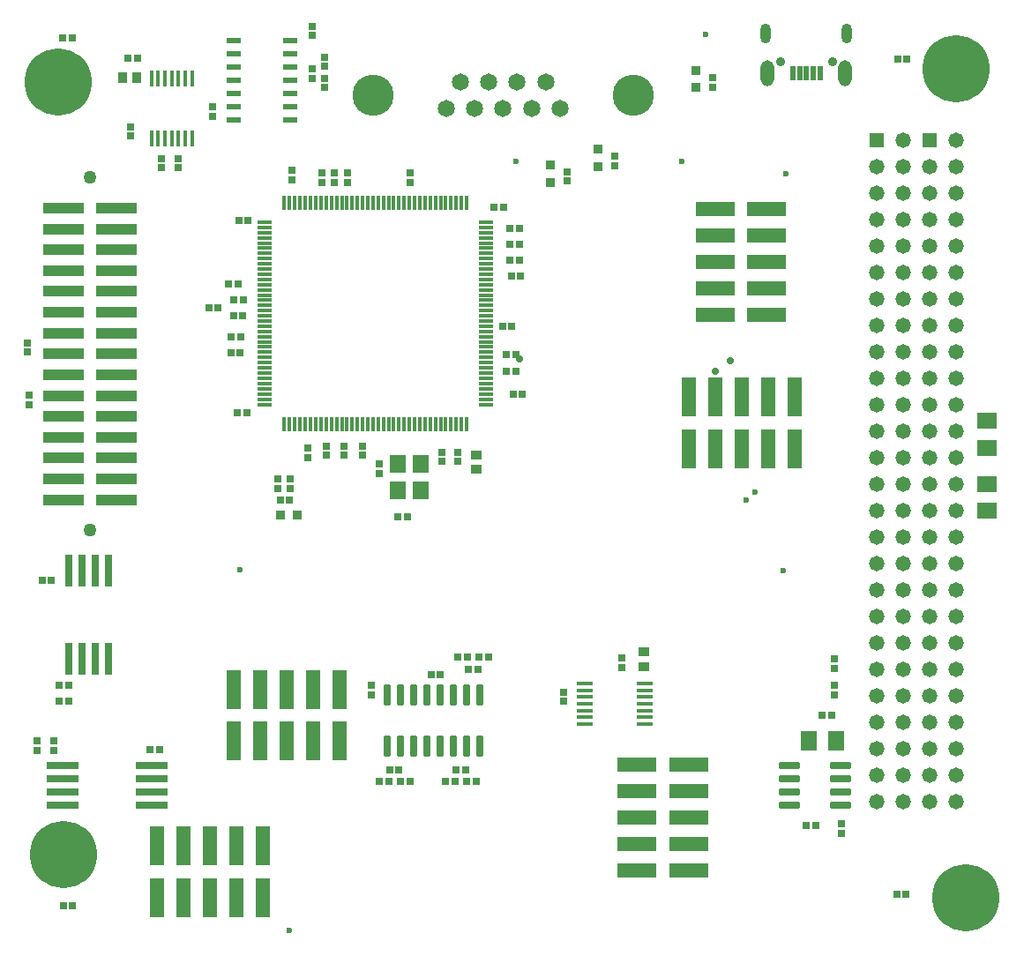
<source format=gts>
%FSTAX23Y23*%
%MOIN*%
%SFA1B1*%

%IPPOS*%
%AMD50*
4,1,8,-0.012400,0.036400,-0.012400,-0.036400,-0.007800,-0.041000,0.007800,-0.041000,0.012400,-0.036400,0.012400,0.036400,0.007800,0.041000,-0.007800,0.041000,-0.012400,0.036400,0.0*
1,1,0.009220,-0.007800,0.036400*
1,1,0.009220,-0.007800,-0.036400*
1,1,0.009220,0.007800,-0.036400*
1,1,0.009220,0.007800,0.036400*
%
%AMD52*
4,1,8,0.035800,0.013800,-0.035800,0.013800,-0.040800,0.008900,-0.040800,-0.008900,-0.035800,-0.013800,0.035800,-0.013800,0.040800,-0.008900,0.040800,0.008900,0.035800,0.013800,0.0*
1,1,0.009906,0.035800,0.008900*
1,1,0.009906,-0.035800,0.008900*
1,1,0.009906,-0.035800,-0.008900*
1,1,0.009906,0.035800,-0.008900*
%
%ADD31R,0.057500X0.021000*%
%ADD44R,0.025653X0.025653*%
%ADD45R,0.025653X0.025653*%
%ADD46R,0.057149X0.017779*%
%ADD47R,0.017779X0.057149*%
%ADD48R,0.021716X0.055181*%
%ADD49R,0.063055X0.070929*%
G04~CAMADD=50~8~0.0~0.0~819.5~248.7~46.1~0.0~15~0.0~0.0~0.0~0.0~0~0.0~0.0~0.0~0.0~0~0.0~0.0~0.0~90.0~250.0~819.0*
%ADD50D50*%
%ADD51R,0.059118X0.017779*%
G04~CAMADD=52~8~0.0~0.0~815.6~276.2~49.5~0.0~15~0.0~0.0~0.0~0.0~0~0.0~0.0~0.0~0.0~0~0.0~0.0~0.0~0.0~815.6~276.2*
%ADD52D52*%
%ADD53R,0.017779X0.059118*%
%ADD54R,0.027622X0.122110*%
%ADD55R,0.122110X0.027622*%
%ADD56R,0.153606X0.044157*%
%ADD57R,0.054000X0.148882*%
%ADD58R,0.148882X0.054000*%
%ADD59R,0.035496X0.035496*%
%ADD60R,0.035496X0.035496*%
%ADD61R,0.039433X0.035496*%
%ADD62R,0.059118X0.074866*%
%ADD63R,0.035496X0.039433*%
%ADD64R,0.074866X0.059118*%
%ADD65C,0.156000*%
%ADD66C,0.065000*%
%ADD67C,0.035496*%
%ADD68O,0.051244X0.098488*%
%ADD69O,0.039433X0.074866*%
%ADD70C,0.049787*%
%ADD71C,0.057937*%
%ADD72R,0.057937X0.057937*%
%ADD73C,0.253999*%
%ADD74C,0.023622*%
%ADD75C,0.027685*%
%LNocb_development_board-1*%
%LPD*%
G54D31*
X00842Y03425D03*
Y03375D03*
Y03325D03*
Y03275D03*
Y03225D03*
Y03175D03*
Y03125D03*
X01057D03*
Y03175D03*
Y03225D03*
Y03275D03*
Y03325D03*
Y03375D03*
Y03425D03*
G54D44*
X015Y01625D03*
X01465D03*
X01589Y01029D03*
X01625D03*
X0173Y0105D03*
X01766D03*
X0022Y0099D03*
X00184D03*
X00862Y02745D03*
X00897D03*
X0088Y02445D03*
X00844D03*
X00785Y02415D03*
X00749D03*
X00877Y02385D03*
X00842D03*
X00832Y02245D03*
X00867D03*
X01875Y02175D03*
X0191D03*
X01875Y0224D03*
X0191D03*
X01771Y01095D03*
X01806D03*
X0022Y0093D03*
X00184D03*
X0169Y01095D03*
X01726D03*
X01724Y00624D03*
X01759D03*
X01684Y00669D03*
X01719D03*
X01643Y00624D03*
X01679D03*
X01429D03*
X01393D03*
X01468Y00669D03*
X01433D03*
X01509Y00624D03*
X01474D03*
X01887Y02595D03*
X01922D03*
X01887Y02655D03*
X01922D03*
X01887Y02715D03*
X01922D03*
X03385Y002D03*
X0335D03*
X00199Y00155D03*
X00235D03*
X03387Y03355D03*
X03352D03*
X00197Y03435D03*
X00232D03*
X0102Y01687D03*
X01055D03*
X03067Y00875D03*
X03102D03*
X03044Y00459D03*
X03008D03*
X00445Y0336D03*
X0048D03*
X0012Y01385D03*
X00155D03*
X00562Y00745D03*
X00527D03*
X00893Y02018D03*
X00858D03*
X0087Y02305D03*
X00834D03*
X0086Y02505D03*
X00824D03*
X01828Y02795D03*
X01863D03*
X01892Y02535D03*
X01927D03*
X0186Y02345D03*
X01895D03*
X01899Y0209D03*
X01935D03*
G54D45*
X01186Y03328D03*
Y03363D03*
X0314Y00465D03*
Y00429D03*
X02285Y02987D03*
Y02952D03*
X02655Y03249D03*
Y03285D03*
X02105Y02894D03*
Y0293D03*
X00765Y03175D03*
Y03139D03*
X0114Y03317D03*
Y03282D03*
X00165Y00742D03*
Y00777D03*
X01176Y02925D03*
Y0289D03*
X01222Y02925D03*
Y0289D03*
X0007Y02085D03*
Y02049D03*
X00065Y02282D03*
Y02247D03*
X03115Y01052D03*
Y01087D03*
Y00987D03*
Y00952D03*
X0057Y0298D03*
Y02944D03*
X00635Y0298D03*
Y02944D03*
X001Y00742D03*
Y00777D03*
X01195Y01857D03*
Y01892D03*
X0126D03*
Y01857D03*
X01186Y03282D03*
Y03247D03*
X01056Y01768D03*
Y01733D03*
X0101Y01768D03*
Y01733D03*
X01363Y00987D03*
Y00952D03*
X02089Y00928D03*
Y00963D03*
X0231Y01091D03*
Y01056D03*
X0114Y03479D03*
Y03444D03*
X00455Y03064D03*
Y031D03*
X01395Y01789D03*
Y01825D03*
X01065Y029D03*
Y02935D03*
X01275Y0289D03*
Y02925D03*
X0151Y0289D03*
Y02925D03*
X0133Y01892D03*
Y01857D03*
X01125Y01885D03*
Y01849D03*
X0163Y0187D03*
Y01834D03*
X0169Y0187D03*
Y01834D03*
G54D46*
X00961Y0205D03*
Y0207D03*
Y02089D03*
Y02109D03*
Y02129D03*
Y02148D03*
Y02168D03*
Y02188D03*
Y02207D03*
Y02227D03*
Y02247D03*
Y02267D03*
Y02286D03*
Y02306D03*
Y02326D03*
Y02345D03*
Y02365D03*
Y02385D03*
Y02404D03*
Y02424D03*
Y02444D03*
Y02463D03*
Y02483D03*
Y02503D03*
Y02522D03*
Y02542D03*
Y02562D03*
Y02582D03*
Y02601D03*
Y02621D03*
Y02641D03*
Y0266D03*
Y0268D03*
Y027D03*
Y02719D03*
Y02739D03*
X01798D03*
Y02719D03*
Y027D03*
Y0268D03*
Y0266D03*
Y02641D03*
Y02621D03*
Y02601D03*
Y02582D03*
Y02562D03*
Y02542D03*
Y02522D03*
Y02503D03*
Y02483D03*
Y02463D03*
Y02444D03*
Y02424D03*
Y02404D03*
Y02385D03*
Y02365D03*
Y02345D03*
Y02326D03*
Y02306D03*
Y02286D03*
Y02267D03*
Y02247D03*
Y02227D03*
Y02207D03*
Y02188D03*
Y02168D03*
Y02148D03*
Y02129D03*
Y02109D03*
Y02089D03*
Y0207D03*
Y0205D03*
G54D47*
X01035Y02813D03*
X01055D03*
X01074D03*
X01094D03*
X01114D03*
X01133D03*
X01153D03*
X01173D03*
X01192D03*
X01212D03*
X01232D03*
X01252D03*
X01271D03*
X01291D03*
X01311D03*
X0133D03*
X0135D03*
X0137D03*
X01389D03*
X01409D03*
X01429D03*
X01448D03*
X01468D03*
X01488D03*
X01507D03*
X01527D03*
X01547D03*
X01567D03*
X01586D03*
X01606D03*
X01626D03*
X01645D03*
X01665D03*
X01685D03*
X01704D03*
X01724D03*
Y01976D03*
X01704D03*
X01685D03*
X01665D03*
X01645D03*
X01626D03*
X01606D03*
X01586D03*
X01567D03*
X01547D03*
X01527D03*
X01507D03*
X01488D03*
X01468D03*
X01448D03*
X01429D03*
X01409D03*
X01389D03*
X0137D03*
X0135D03*
X0133D03*
X01311D03*
X01291D03*
X01271D03*
X01252D03*
X01232D03*
X01212D03*
X01192D03*
X01173D03*
X01153D03*
X01133D03*
X01114D03*
X01094D03*
X01074D03*
X01055D03*
X01035D03*
G54D48*
X02957Y03303D03*
X02982D03*
X03008D03*
X03034D03*
X03059D03*
G54D49*
X01465Y01725D03*
Y01825D03*
X01551D03*
Y01725D03*
G54D50*
X01425Y00952D03*
X01475D03*
X01525D03*
X01575D03*
X01625D03*
X01675D03*
X01725D03*
X01775D03*
Y00758D03*
X01725D03*
X01675D03*
X01625D03*
X01575D03*
X01525D03*
X01475D03*
X01425D03*
G54D51*
X02171Y0097D03*
Y00944D03*
Y00919D03*
X02398Y00842D03*
X02171D03*
Y00867D03*
Y00893D03*
X02398Y00867D03*
Y00893D03*
Y00919D03*
Y00944D03*
Y0097D03*
Y00995D03*
X02171D03*
G54D52*
X02942Y00685D03*
Y00635D03*
Y00585D03*
Y00535D03*
X03137D03*
Y00585D03*
Y00635D03*
Y00685D03*
G54D53*
X00558Y03056D03*
X00584D03*
X0061D03*
X00686Y03283D03*
Y03056D03*
X00661D03*
X00635D03*
X00661Y03283D03*
X00635D03*
X0061D03*
X00584D03*
X00558D03*
X00533D03*
Y03056D03*
G54D54*
X0037Y01422D03*
X0032D03*
X0027D03*
X0022D03*
X0032Y01087D03*
X0027D03*
X0037D03*
X0022D03*
G54D55*
X00532Y00535D03*
Y00585D03*
Y00635D03*
Y00685D03*
X00197Y00585D03*
Y00635D03*
Y00535D03*
Y00685D03*
G54D56*
X004Y0169D03*
X002D03*
X004Y01768D03*
X002D03*
X004Y01847D03*
X002D03*
X004Y01926D03*
X002D03*
X004Y02005D03*
X002D03*
X004Y02083D03*
X002D03*
X004Y02162D03*
X002D03*
X004Y02241D03*
X002D03*
X004Y0232D03*
X002D03*
X004Y02398D03*
X002D03*
X004Y02477D03*
X002D03*
X004Y02556D03*
X002D03*
X004Y02634D03*
X002D03*
X004Y02713D03*
X002D03*
X004Y02792D03*
X002D03*
G54D57*
X00842Y00778D03*
Y00973D03*
X00942Y00778D03*
Y00973D03*
X01042Y00778D03*
Y00973D03*
X01142Y00778D03*
Y00973D03*
X01242Y00778D03*
Y00973D03*
X02565Y01882D03*
Y02077D03*
X02665Y01882D03*
Y02077D03*
X02765Y01882D03*
Y02077D03*
X02865Y01882D03*
Y02077D03*
X02965Y01882D03*
Y02077D03*
X00955Y00381D03*
Y00186D03*
X00855Y00381D03*
Y00186D03*
X00755Y00381D03*
Y00186D03*
X00655Y00381D03*
Y00186D03*
X00555Y00381D03*
Y00186D03*
G54D58*
X02367Y0069D03*
X02562D03*
X02367Y0059D03*
X02562D03*
X02367Y0049D03*
X02562D03*
X02367Y0039D03*
X02562D03*
X02367Y0029D03*
X02562D03*
X02857Y0239D03*
X02662D03*
X02857Y0249D03*
X02662D03*
X02857Y0259D03*
X02662D03*
X02857Y0269D03*
X02662D03*
X02857Y0279D03*
X02662D03*
G54D59*
X0222Y03015D03*
Y0295D03*
X0259Y03312D03*
Y03247D03*
X0204Y02955D03*
Y0289D03*
G54D60*
X01085Y01631D03*
X0102D03*
G54D61*
X02395Y01059D03*
Y01114D03*
X0176Y0186D03*
Y01804D03*
G54D62*
X03121Y0078D03*
X03018D03*
G54D63*
X00477Y03285D03*
X00422D03*
G54D64*
X0369Y0175D03*
Y01647D03*
Y01885D03*
Y01987D03*
G54D65*
X0137Y0322D03*
X02353D03*
G54D66*
X01646Y0317D03*
X017Y0327D03*
X01754Y0317D03*
X01807Y0327D03*
X01861Y0317D03*
X01915Y0327D03*
X01969Y0317D03*
X02023Y0327D03*
X02077Y0317D03*
G54D67*
X0291Y03345D03*
X03106D03*
G54D68*
X02861Y03303D03*
X03155D03*
G54D69*
X02855Y03453D03*
X0316D03*
G54D70*
X003Y01574D03*
Y02907D03*
G54D71*
X03375Y0105D03*
Y0115D03*
Y0135D03*
Y0125D03*
Y0155D03*
Y0165D03*
Y0175D03*
Y0195D03*
Y0185D03*
Y0215D03*
Y0235D03*
Y0205D03*
Y0225D03*
Y0145D03*
Y0095D03*
X03275Y0255D03*
Y0225D03*
Y0235D03*
Y0245D03*
Y0215D03*
Y0195D03*
Y0295D03*
Y0275D03*
Y0265D03*
Y0285D03*
Y0205D03*
X03375Y0055D03*
Y0085D03*
Y0065D03*
X03275Y0075D03*
Y0065D03*
X03375Y0075D03*
X03275Y0055D03*
Y0085D03*
Y0105D03*
Y0115D03*
Y0125D03*
Y0135D03*
Y0145D03*
Y0155D03*
Y0175D03*
Y0185D03*
Y0095D03*
Y0165D03*
X03375Y0265D03*
Y0255D03*
Y0285D03*
Y0245D03*
Y0305D03*
Y0275D03*
Y0295D03*
X03575Y0105D03*
Y0115D03*
Y0135D03*
Y0125D03*
Y0155D03*
Y0165D03*
Y0175D03*
Y0195D03*
Y0185D03*
Y0215D03*
Y0235D03*
Y0205D03*
Y0225D03*
Y0145D03*
Y0095D03*
X03475Y0255D03*
Y0225D03*
Y0235D03*
Y0245D03*
Y0215D03*
Y0195D03*
Y0295D03*
Y0275D03*
Y0265D03*
Y0285D03*
Y0205D03*
X03575Y0055D03*
Y0085D03*
Y0065D03*
X03475Y0075D03*
Y0065D03*
X03575Y0075D03*
X03475Y0055D03*
Y0085D03*
Y0105D03*
Y0115D03*
Y0125D03*
Y0135D03*
Y0145D03*
Y0155D03*
Y0175D03*
Y0185D03*
Y0095D03*
Y0165D03*
X03575Y0265D03*
Y0255D03*
Y0285D03*
Y0245D03*
Y0305D03*
Y0275D03*
Y0295D03*
G54D72*
X03275Y0305D03*
X03475D03*
G54D73*
X0361Y00185D03*
X03575Y0332D03*
X0018Y0327D03*
X002Y0035D03*
G54D74*
X00866Y01424D03*
X02931Y02922D03*
X0292Y01423D03*
X01052Y00063D03*
X02538Y02968D03*
X01911D03*
X02627Y03447D03*
X0278Y01689D03*
X02815Y01718D03*
G54D75*
X02665Y02176D03*
X01922Y02221D03*
X0272Y02214D03*
M02*
</source>
